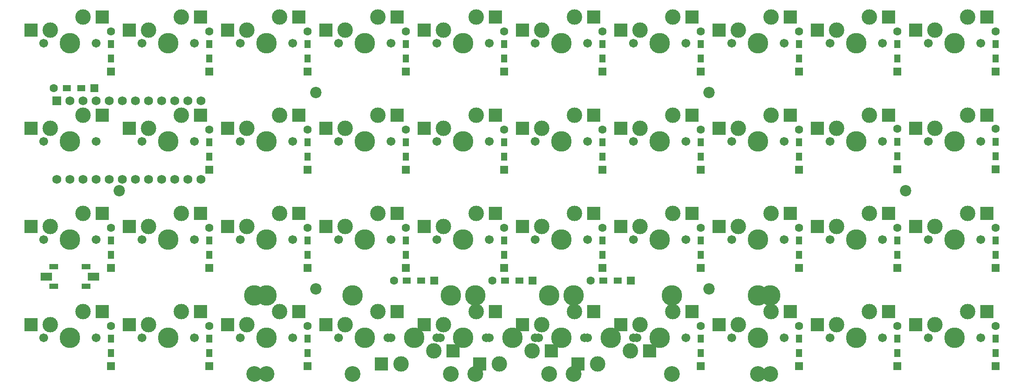
<source format=gbs>
G04 #@! TF.GenerationSoftware,KiCad,Pcbnew,(5.1.12-1-10_14)*
G04 #@! TF.CreationDate,2022-04-14T21:34:18-06:00*
G04 #@! TF.ProjectId,banime40,62616e69-6d65-4343-902e-6b696361645f,rev?*
G04 #@! TF.SameCoordinates,Original*
G04 #@! TF.FileFunction,Soldermask,Bot*
G04 #@! TF.FilePolarity,Negative*
%FSLAX46Y46*%
G04 Gerber Fmt 4.6, Leading zero omitted, Abs format (unit mm)*
G04 Created by KiCad (PCBNEW (5.1.12-1-10_14)) date 2022-04-14 21:34:18*
%MOMM*%
%LPD*%
G01*
G04 APERTURE LIST*
%ADD10C,1.752600*%
%ADD11R,1.752600X1.752600*%
%ADD12R,2.180000X1.600000*%
%ADD13R,1.700000X1.000000*%
%ADD14R,2.550000X2.500000*%
%ADD15C,1.701800*%
%ADD16C,3.987800*%
%ADD17C,3.000000*%
%ADD18C,3.048000*%
%ADD19C,2.200000*%
%ADD20R,1.600000X1.600000*%
%ADD21C,1.600000*%
%ADD22R,1.200000X1.600000*%
%ADD23R,1.600000X1.200000*%
G04 APERTURE END LIST*
D10*
G04 #@! TO.C,U1*
X49830000Y-84370000D03*
X77770000Y-69130000D03*
X52370000Y-84370000D03*
X54910000Y-84370000D03*
X57450000Y-84370000D03*
X59990000Y-84370000D03*
X62530000Y-84370000D03*
X65070000Y-84370000D03*
X67610000Y-84370000D03*
X70150000Y-84370000D03*
X72690000Y-84370000D03*
X75230000Y-84370000D03*
X77770000Y-84370000D03*
X75230000Y-69130000D03*
X72690000Y-69130000D03*
X70150000Y-69130000D03*
X67610000Y-69130000D03*
X65070000Y-69130000D03*
X62530000Y-69130000D03*
X59990000Y-69130000D03*
X57450000Y-69130000D03*
X54910000Y-69130000D03*
X52370000Y-69130000D03*
D11*
X49830000Y-69130000D03*
G04 #@! TD*
D12*
G04 #@! TO.C,SW45*
X56977500Y-103187500D03*
X47797500Y-103187500D03*
G04 #@! TD*
D13*
G04 #@! TO.C,SW44*
X49237500Y-105087500D03*
X55537500Y-105087500D03*
X49237500Y-101287500D03*
X55537500Y-101287500D03*
G04 #@! TD*
D14*
G04 #@! TO.C,SW2*
X197227500Y-55403750D03*
D15*
X199707500Y-57943750D03*
X209867500Y-57943750D03*
D16*
X204787500Y-57943750D03*
D17*
X200977500Y-55403750D03*
X207327500Y-52863750D03*
D14*
X211077500Y-52863750D03*
G04 #@! TD*
D16*
G04 #@! TO.C,REF\u002A\u002A*
X88112500Y-106868750D03*
X188112500Y-106868750D03*
D18*
X88112500Y-122078750D03*
X188112500Y-122078750D03*
G04 #@! TD*
D16*
G04 #@! TO.C,REF\u002A\u002A*
X90487500Y-106868750D03*
X185737500Y-106868750D03*
D18*
X90487500Y-122078750D03*
X185737500Y-122078750D03*
G04 #@! TD*
D14*
G04 #@! TO.C,SW3*
X178177500Y-55403750D03*
D15*
X180657500Y-57943750D03*
X190817500Y-57943750D03*
D16*
X185737500Y-57943750D03*
D17*
X181927500Y-55403750D03*
X188277500Y-52863750D03*
D14*
X192027500Y-52863750D03*
G04 #@! TD*
D19*
G04 #@! TO.C,REF\u002A\u002A*
X100012500Y-67468750D03*
G04 #@! TD*
G04 #@! TO.C,REF\u002A\u002A*
X61912500Y-86518750D03*
G04 #@! TD*
G04 #@! TO.C,REF\u002A\u002A*
X100012500Y-105568750D03*
G04 #@! TD*
G04 #@! TO.C,REF\u002A\u002A*
X176212500Y-67468750D03*
G04 #@! TD*
G04 #@! TO.C,REF\u002A\u002A*
X176212500Y-105568750D03*
G04 #@! TD*
G04 #@! TO.C,REF\u002A\u002A*
X214312500Y-86518750D03*
G04 #@! TD*
D14*
G04 #@! TO.C,SW11*
X216277500Y-74453750D03*
D15*
X218757500Y-76993750D03*
X228917500Y-76993750D03*
D16*
X223837500Y-76993750D03*
D17*
X220027500Y-74453750D03*
X226377500Y-71913750D03*
D14*
X230127500Y-71913750D03*
G04 #@! TD*
D20*
G04 #@! TO.C,D40*
X60325000Y-120581250D03*
D21*
X60325000Y-112781250D03*
D22*
X60325000Y-118081250D03*
X60325000Y-115281250D03*
G04 #@! TD*
D20*
G04 #@! TO.C,D39*
X79375000Y-120581250D03*
D21*
X79375000Y-112781250D03*
D22*
X79375000Y-118081250D03*
X79375000Y-115281250D03*
G04 #@! TD*
D20*
G04 #@! TO.C,D38*
X98425000Y-120581250D03*
D21*
X98425000Y-112781250D03*
D22*
X98425000Y-118081250D03*
X98425000Y-115281250D03*
G04 #@! TD*
D20*
G04 #@! TO.C,D37*
X122962500Y-103981250D03*
D21*
X115162500Y-103981250D03*
D23*
X120462500Y-103981250D03*
X117662500Y-103981250D03*
G04 #@! TD*
D20*
G04 #@! TO.C,D36*
X142012500Y-103981250D03*
D21*
X134212500Y-103981250D03*
D23*
X139512500Y-103981250D03*
X136712500Y-103981250D03*
G04 #@! TD*
D20*
G04 #@! TO.C,D35*
X161062500Y-103981250D03*
D21*
X153262500Y-103981250D03*
D23*
X158562500Y-103981250D03*
X155762500Y-103981250D03*
G04 #@! TD*
D20*
G04 #@! TO.C,D34*
X174625000Y-120581250D03*
D21*
X174625000Y-112781250D03*
D22*
X174625000Y-118081250D03*
X174625000Y-115281250D03*
G04 #@! TD*
D20*
G04 #@! TO.C,D33*
X193675000Y-120581250D03*
D21*
X193675000Y-112781250D03*
D22*
X193675000Y-118081250D03*
X193675000Y-115281250D03*
G04 #@! TD*
D20*
G04 #@! TO.C,D32*
X212725000Y-120581250D03*
D21*
X212725000Y-112781250D03*
D22*
X212725000Y-118081250D03*
X212725000Y-115281250D03*
G04 #@! TD*
D20*
G04 #@! TO.C,D31*
X231775000Y-120581250D03*
D21*
X231775000Y-112781250D03*
D22*
X231775000Y-118081250D03*
X231775000Y-115281250D03*
G04 #@! TD*
D20*
G04 #@! TO.C,D30*
X60325000Y-101531250D03*
D21*
X60325000Y-93731250D03*
D22*
X60325000Y-99031250D03*
X60325000Y-96231250D03*
G04 #@! TD*
D20*
G04 #@! TO.C,D29*
X79375000Y-101531250D03*
D21*
X79375000Y-93731250D03*
D22*
X79375000Y-99031250D03*
X79375000Y-96231250D03*
G04 #@! TD*
D20*
G04 #@! TO.C,D28*
X98425000Y-101531250D03*
D21*
X98425000Y-93731250D03*
D22*
X98425000Y-99031250D03*
X98425000Y-96231250D03*
G04 #@! TD*
D20*
G04 #@! TO.C,D27*
X117475000Y-101531250D03*
D21*
X117475000Y-93731250D03*
D22*
X117475000Y-99031250D03*
X117475000Y-96231250D03*
G04 #@! TD*
D20*
G04 #@! TO.C,D26*
X136525000Y-101531250D03*
D21*
X136525000Y-93731250D03*
D22*
X136525000Y-99031250D03*
X136525000Y-96231250D03*
G04 #@! TD*
D20*
G04 #@! TO.C,D25*
X155575000Y-101531250D03*
D21*
X155575000Y-93731250D03*
D22*
X155575000Y-99031250D03*
X155575000Y-96231250D03*
G04 #@! TD*
D20*
G04 #@! TO.C,D24*
X174625000Y-101531250D03*
D21*
X174625000Y-93731250D03*
D22*
X174625000Y-99031250D03*
X174625000Y-96231250D03*
G04 #@! TD*
D20*
G04 #@! TO.C,D23*
X193675000Y-101531250D03*
D21*
X193675000Y-93731250D03*
D22*
X193675000Y-99031250D03*
X193675000Y-96231250D03*
G04 #@! TD*
D20*
G04 #@! TO.C,D22*
X212725000Y-101531250D03*
D21*
X212725000Y-93731250D03*
D22*
X212725000Y-99031250D03*
X212725000Y-96231250D03*
G04 #@! TD*
D20*
G04 #@! TO.C,D21*
X231775000Y-101531250D03*
D21*
X231775000Y-93731250D03*
D22*
X231775000Y-99031250D03*
X231775000Y-96231250D03*
G04 #@! TD*
D20*
G04 #@! TO.C,D20*
X57081250Y-66675000D03*
D21*
X49281250Y-66675000D03*
D23*
X54581250Y-66675000D03*
X51781250Y-66675000D03*
G04 #@! TD*
D20*
G04 #@! TO.C,D19*
X79375000Y-82481250D03*
D21*
X79375000Y-74681250D03*
D22*
X79375000Y-79981250D03*
X79375000Y-77181250D03*
G04 #@! TD*
D20*
G04 #@! TO.C,D18*
X98425000Y-82481250D03*
D21*
X98425000Y-74681250D03*
D22*
X98425000Y-79981250D03*
X98425000Y-77181250D03*
G04 #@! TD*
D20*
G04 #@! TO.C,D17*
X117475000Y-82481250D03*
D21*
X117475000Y-74681250D03*
D22*
X117475000Y-79981250D03*
X117475000Y-77181250D03*
G04 #@! TD*
D20*
G04 #@! TO.C,D16*
X136525000Y-82481250D03*
D21*
X136525000Y-74681250D03*
D22*
X136525000Y-79981250D03*
X136525000Y-77181250D03*
G04 #@! TD*
D20*
G04 #@! TO.C,D15*
X155575000Y-82481250D03*
D21*
X155575000Y-74681250D03*
D22*
X155575000Y-79981250D03*
X155575000Y-77181250D03*
G04 #@! TD*
D20*
G04 #@! TO.C,D14*
X174625000Y-82481250D03*
D21*
X174625000Y-74681250D03*
D22*
X174625000Y-79981250D03*
X174625000Y-77181250D03*
G04 #@! TD*
D20*
G04 #@! TO.C,D13*
X193675000Y-82481250D03*
D21*
X193675000Y-74681250D03*
D22*
X193675000Y-79981250D03*
X193675000Y-77181250D03*
G04 #@! TD*
D20*
G04 #@! TO.C,D12*
X212725000Y-82362500D03*
D21*
X212725000Y-74562500D03*
D22*
X212725000Y-79862500D03*
X212725000Y-77062500D03*
G04 #@! TD*
D20*
G04 #@! TO.C,D11*
X231775000Y-82362500D03*
D21*
X231775000Y-74562500D03*
D22*
X231775000Y-79862500D03*
X231775000Y-77062500D03*
G04 #@! TD*
D20*
G04 #@! TO.C,D10*
X60325000Y-63431250D03*
D21*
X60325000Y-55631250D03*
D22*
X60325000Y-60931250D03*
X60325000Y-58131250D03*
G04 #@! TD*
D20*
G04 #@! TO.C,D9*
X79375000Y-63431250D03*
D21*
X79375000Y-55631250D03*
D22*
X79375000Y-60931250D03*
X79375000Y-58131250D03*
G04 #@! TD*
D20*
G04 #@! TO.C,D8*
X98425000Y-63431250D03*
D21*
X98425000Y-55631250D03*
D22*
X98425000Y-60931250D03*
X98425000Y-58131250D03*
G04 #@! TD*
D20*
G04 #@! TO.C,D7*
X117475000Y-63431250D03*
D21*
X117475000Y-55631250D03*
D22*
X117475000Y-60931250D03*
X117475000Y-58131250D03*
G04 #@! TD*
D20*
G04 #@! TO.C,D6*
X136525000Y-63431250D03*
D21*
X136525000Y-55631250D03*
D22*
X136525000Y-60931250D03*
X136525000Y-58131250D03*
G04 #@! TD*
D20*
G04 #@! TO.C,D5*
X155575000Y-63431250D03*
D21*
X155575000Y-55631250D03*
D22*
X155575000Y-60931250D03*
X155575000Y-58131250D03*
G04 #@! TD*
D20*
G04 #@! TO.C,D4*
X174625000Y-63431250D03*
D21*
X174625000Y-55631250D03*
D22*
X174625000Y-60931250D03*
X174625000Y-58131250D03*
G04 #@! TD*
D20*
G04 #@! TO.C,D3*
X193675000Y-63431250D03*
D21*
X193675000Y-55631250D03*
D22*
X193675000Y-60931250D03*
X193675000Y-58131250D03*
G04 #@! TD*
D20*
G04 #@! TO.C,D2*
X212725000Y-63431250D03*
D21*
X212725000Y-55631250D03*
D22*
X212725000Y-60931250D03*
X212725000Y-58131250D03*
G04 #@! TD*
D20*
G04 #@! TO.C,D1*
X231775000Y-63431250D03*
D21*
X231775000Y-55631250D03*
D22*
X231775000Y-60931250D03*
X231775000Y-58131250D03*
G04 #@! TD*
D18*
G04 #@! TO.C,REF\u002A\u002A*
X169062500Y-122078750D03*
X145262500Y-122078750D03*
D16*
X169062500Y-106838750D03*
X145262500Y-106838750D03*
G04 #@! TD*
D18*
G04 #@! TO.C,REF\u002A\u002A*
X130962500Y-122078750D03*
X107162500Y-122078750D03*
D16*
X130962500Y-106838750D03*
X107162500Y-106838750D03*
G04 #@! TD*
D18*
G04 #@! TO.C,REF\u002A\u002A*
X126212500Y-122078750D03*
X150012500Y-122078750D03*
D16*
X126212500Y-106838750D03*
X150012500Y-106838750D03*
G04 #@! TD*
D14*
G04 #@! TO.C,SW43*
X145672500Y-117633750D03*
D15*
X143192500Y-115093750D03*
X133032500Y-115093750D03*
D16*
X138112500Y-115093750D03*
D17*
X141922500Y-117633750D03*
X135572500Y-120173750D03*
D14*
X131822500Y-120173750D03*
G04 #@! TD*
G04 #@! TO.C,SW42*
X126622500Y-117633750D03*
D15*
X124142500Y-115093750D03*
X113982500Y-115093750D03*
D16*
X119062500Y-115093750D03*
D17*
X122872500Y-117633750D03*
X116522500Y-120173750D03*
D14*
X112772500Y-120173750D03*
G04 #@! TD*
G04 #@! TO.C,SW41*
X164722500Y-117633750D03*
D15*
X162242500Y-115093750D03*
X152082500Y-115093750D03*
D16*
X157162500Y-115093750D03*
D17*
X160972500Y-117633750D03*
X154622500Y-120173750D03*
D14*
X150872500Y-120173750D03*
G04 #@! TD*
G04 #@! TO.C,SW40*
X44827500Y-112553750D03*
D15*
X47307500Y-115093750D03*
X57467500Y-115093750D03*
D16*
X52387500Y-115093750D03*
D17*
X48577500Y-112553750D03*
X54927500Y-110013750D03*
D14*
X58677500Y-110013750D03*
G04 #@! TD*
G04 #@! TO.C,SW39*
X63877500Y-112553750D03*
D15*
X66357500Y-115093750D03*
X76517500Y-115093750D03*
D16*
X71437500Y-115093750D03*
D17*
X67627500Y-112553750D03*
X73977500Y-110013750D03*
D14*
X77727500Y-110013750D03*
G04 #@! TD*
G04 #@! TO.C,SW38*
X82927500Y-112553750D03*
D15*
X85407500Y-115093750D03*
X95567500Y-115093750D03*
D16*
X90487500Y-115093750D03*
D17*
X86677500Y-112553750D03*
X93027500Y-110013750D03*
D14*
X96777500Y-110013750D03*
G04 #@! TD*
G04 #@! TO.C,SW37*
X101977500Y-112553750D03*
D15*
X104457500Y-115093750D03*
X114617500Y-115093750D03*
D16*
X109537500Y-115093750D03*
D17*
X105727500Y-112553750D03*
X112077500Y-110013750D03*
D14*
X115827500Y-110013750D03*
G04 #@! TD*
G04 #@! TO.C,SW36*
X121027500Y-112553750D03*
D15*
X123507500Y-115093750D03*
X133667500Y-115093750D03*
D16*
X128587500Y-115093750D03*
D17*
X124777500Y-112553750D03*
X131127500Y-110013750D03*
D14*
X134877500Y-110013750D03*
G04 #@! TD*
G04 #@! TO.C,SW35*
X140077500Y-112553750D03*
D15*
X142557500Y-115093750D03*
X152717500Y-115093750D03*
D16*
X147637500Y-115093750D03*
D17*
X143827500Y-112553750D03*
X150177500Y-110013750D03*
D14*
X153927500Y-110013750D03*
G04 #@! TD*
G04 #@! TO.C,SW34*
X159127500Y-112553750D03*
D15*
X161607500Y-115093750D03*
X171767500Y-115093750D03*
D16*
X166687500Y-115093750D03*
D17*
X162877500Y-112553750D03*
X169227500Y-110013750D03*
D14*
X172977500Y-110013750D03*
G04 #@! TD*
G04 #@! TO.C,SW33*
X178177500Y-112553750D03*
D15*
X180657500Y-115093750D03*
X190817500Y-115093750D03*
D16*
X185737500Y-115093750D03*
D17*
X181927500Y-112553750D03*
X188277500Y-110013750D03*
D14*
X192027500Y-110013750D03*
G04 #@! TD*
G04 #@! TO.C,SW32*
X197227500Y-112553750D03*
D15*
X199707500Y-115093750D03*
X209867500Y-115093750D03*
D16*
X204787500Y-115093750D03*
D17*
X200977500Y-112553750D03*
X207327500Y-110013750D03*
D14*
X211077500Y-110013750D03*
G04 #@! TD*
G04 #@! TO.C,SW31*
X216277500Y-112553750D03*
D15*
X218757500Y-115093750D03*
X228917500Y-115093750D03*
D16*
X223837500Y-115093750D03*
D17*
X220027500Y-112553750D03*
X226377500Y-110013750D03*
D14*
X230127500Y-110013750D03*
G04 #@! TD*
G04 #@! TO.C,SW30*
X44827500Y-93503750D03*
D15*
X47307500Y-96043750D03*
X57467500Y-96043750D03*
D16*
X52387500Y-96043750D03*
D17*
X48577500Y-93503750D03*
X54927500Y-90963750D03*
D14*
X58677500Y-90963750D03*
G04 #@! TD*
G04 #@! TO.C,SW29*
X63877500Y-93503750D03*
D15*
X66357500Y-96043750D03*
X76517500Y-96043750D03*
D16*
X71437500Y-96043750D03*
D17*
X67627500Y-93503750D03*
X73977500Y-90963750D03*
D14*
X77727500Y-90963750D03*
G04 #@! TD*
G04 #@! TO.C,SW28*
X82927500Y-93503750D03*
D15*
X85407500Y-96043750D03*
X95567500Y-96043750D03*
D16*
X90487500Y-96043750D03*
D17*
X86677500Y-93503750D03*
X93027500Y-90963750D03*
D14*
X96777500Y-90963750D03*
G04 #@! TD*
G04 #@! TO.C,SW27*
X101977500Y-93503750D03*
D15*
X104457500Y-96043750D03*
X114617500Y-96043750D03*
D16*
X109537500Y-96043750D03*
D17*
X105727500Y-93503750D03*
X112077500Y-90963750D03*
D14*
X115827500Y-90963750D03*
G04 #@! TD*
G04 #@! TO.C,SW26*
X121027500Y-93503750D03*
D15*
X123507500Y-96043750D03*
X133667500Y-96043750D03*
D16*
X128587500Y-96043750D03*
D17*
X124777500Y-93503750D03*
X131127500Y-90963750D03*
D14*
X134877500Y-90963750D03*
G04 #@! TD*
G04 #@! TO.C,SW25*
X140077500Y-93503750D03*
D15*
X142557500Y-96043750D03*
X152717500Y-96043750D03*
D16*
X147637500Y-96043750D03*
D17*
X143827500Y-93503750D03*
X150177500Y-90963750D03*
D14*
X153927500Y-90963750D03*
G04 #@! TD*
G04 #@! TO.C,SW24*
X159127500Y-93503750D03*
D15*
X161607500Y-96043750D03*
X171767500Y-96043750D03*
D16*
X166687500Y-96043750D03*
D17*
X162877500Y-93503750D03*
X169227500Y-90963750D03*
D14*
X172977500Y-90963750D03*
G04 #@! TD*
G04 #@! TO.C,SW23*
X178177500Y-93503750D03*
D15*
X180657500Y-96043750D03*
X190817500Y-96043750D03*
D16*
X185737500Y-96043750D03*
D17*
X181927500Y-93503750D03*
X188277500Y-90963750D03*
D14*
X192027500Y-90963750D03*
G04 #@! TD*
G04 #@! TO.C,SW22*
X197227500Y-93503750D03*
D15*
X199707500Y-96043750D03*
X209867500Y-96043750D03*
D16*
X204787500Y-96043750D03*
D17*
X200977500Y-93503750D03*
X207327500Y-90963750D03*
D14*
X211077500Y-90963750D03*
G04 #@! TD*
G04 #@! TO.C,SW21*
X216277500Y-93503750D03*
D15*
X218757500Y-96043750D03*
X228917500Y-96043750D03*
D16*
X223837500Y-96043750D03*
D17*
X220027500Y-93503750D03*
X226377500Y-90963750D03*
D14*
X230127500Y-90963750D03*
G04 #@! TD*
G04 #@! TO.C,SW20*
X44827500Y-74453750D03*
D15*
X47307500Y-76993750D03*
X57467500Y-76993750D03*
D16*
X52387500Y-76993750D03*
D17*
X48577500Y-74453750D03*
X54927500Y-71913750D03*
D14*
X58677500Y-71913750D03*
G04 #@! TD*
G04 #@! TO.C,SW19*
X63877500Y-74453750D03*
D15*
X66357500Y-76993750D03*
X76517500Y-76993750D03*
D16*
X71437500Y-76993750D03*
D17*
X67627500Y-74453750D03*
X73977500Y-71913750D03*
D14*
X77727500Y-71913750D03*
G04 #@! TD*
G04 #@! TO.C,SW18*
X82927500Y-74453750D03*
D15*
X85407500Y-76993750D03*
X95567500Y-76993750D03*
D16*
X90487500Y-76993750D03*
D17*
X86677500Y-74453750D03*
X93027500Y-71913750D03*
D14*
X96777500Y-71913750D03*
G04 #@! TD*
G04 #@! TO.C,SW17*
X101977500Y-74453750D03*
D15*
X104457500Y-76993750D03*
X114617500Y-76993750D03*
D16*
X109537500Y-76993750D03*
D17*
X105727500Y-74453750D03*
X112077500Y-71913750D03*
D14*
X115827500Y-71913750D03*
G04 #@! TD*
G04 #@! TO.C,SW16*
X121027500Y-74453750D03*
D15*
X123507500Y-76993750D03*
X133667500Y-76993750D03*
D16*
X128587500Y-76993750D03*
D17*
X124777500Y-74453750D03*
X131127500Y-71913750D03*
D14*
X134877500Y-71913750D03*
G04 #@! TD*
G04 #@! TO.C,SW15*
X140077500Y-74453750D03*
D15*
X142557500Y-76993750D03*
X152717500Y-76993750D03*
D16*
X147637500Y-76993750D03*
D17*
X143827500Y-74453750D03*
X150177500Y-71913750D03*
D14*
X153927500Y-71913750D03*
G04 #@! TD*
G04 #@! TO.C,SW14*
X159127500Y-74453750D03*
D15*
X161607500Y-76993750D03*
X171767500Y-76993750D03*
D16*
X166687500Y-76993750D03*
D17*
X162877500Y-74453750D03*
X169227500Y-71913750D03*
D14*
X172977500Y-71913750D03*
G04 #@! TD*
G04 #@! TO.C,SW13*
X178177500Y-74453750D03*
D15*
X180657500Y-76993750D03*
X190817500Y-76993750D03*
D16*
X185737500Y-76993750D03*
D17*
X181927500Y-74453750D03*
X188277500Y-71913750D03*
D14*
X192027500Y-71913750D03*
G04 #@! TD*
G04 #@! TO.C,SW12*
X197227500Y-74453750D03*
D15*
X199707500Y-76993750D03*
X209867500Y-76993750D03*
D16*
X204787500Y-76993750D03*
D17*
X200977500Y-74453750D03*
X207327500Y-71913750D03*
D14*
X211077500Y-71913750D03*
G04 #@! TD*
G04 #@! TO.C,SW10*
X44827500Y-55403750D03*
D15*
X47307500Y-57943750D03*
X57467500Y-57943750D03*
D16*
X52387500Y-57943750D03*
D17*
X48577500Y-55403750D03*
X54927500Y-52863750D03*
D14*
X58677500Y-52863750D03*
G04 #@! TD*
G04 #@! TO.C,SW9*
X63877500Y-55403750D03*
D15*
X66357500Y-57943750D03*
X76517500Y-57943750D03*
D16*
X71437500Y-57943750D03*
D17*
X67627500Y-55403750D03*
X73977500Y-52863750D03*
D14*
X77727500Y-52863750D03*
G04 #@! TD*
G04 #@! TO.C,SW8*
X82927500Y-55403750D03*
D15*
X85407500Y-57943750D03*
X95567500Y-57943750D03*
D16*
X90487500Y-57943750D03*
D17*
X86677500Y-55403750D03*
X93027500Y-52863750D03*
D14*
X96777500Y-52863750D03*
G04 #@! TD*
G04 #@! TO.C,SW7*
X101977500Y-55403750D03*
D15*
X104457500Y-57943750D03*
X114617500Y-57943750D03*
D16*
X109537500Y-57943750D03*
D17*
X105727500Y-55403750D03*
X112077500Y-52863750D03*
D14*
X115827500Y-52863750D03*
G04 #@! TD*
G04 #@! TO.C,SW6*
X121027500Y-55403750D03*
D15*
X123507500Y-57943750D03*
X133667500Y-57943750D03*
D16*
X128587500Y-57943750D03*
D17*
X124777500Y-55403750D03*
X131127500Y-52863750D03*
D14*
X134877500Y-52863750D03*
G04 #@! TD*
G04 #@! TO.C,SW5*
X140077500Y-55403750D03*
D15*
X142557500Y-57943750D03*
X152717500Y-57943750D03*
D16*
X147637500Y-57943750D03*
D17*
X143827500Y-55403750D03*
X150177500Y-52863750D03*
D14*
X153927500Y-52863750D03*
G04 #@! TD*
G04 #@! TO.C,SW4*
X159127500Y-55403750D03*
D15*
X161607500Y-57943750D03*
X171767500Y-57943750D03*
D16*
X166687500Y-57943750D03*
D17*
X162877500Y-55403750D03*
X169227500Y-52863750D03*
D14*
X172977500Y-52863750D03*
G04 #@! TD*
G04 #@! TO.C,SW1*
X216277500Y-55403750D03*
D15*
X218757500Y-57943750D03*
X228917500Y-57943750D03*
D16*
X223837500Y-57943750D03*
D17*
X220027500Y-55403750D03*
X226377500Y-52863750D03*
D14*
X230127500Y-52863750D03*
G04 #@! TD*
M02*

</source>
